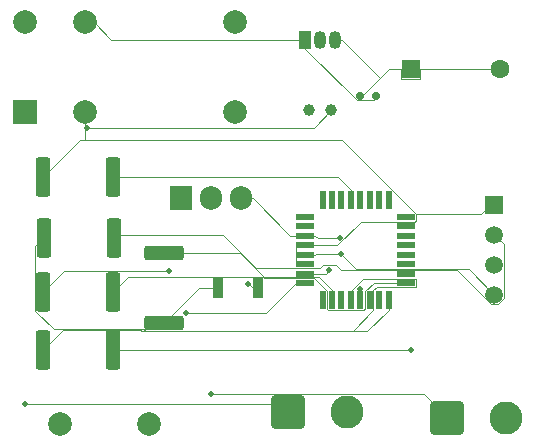
<source format=gbr>
%TF.GenerationSoftware,KiCad,Pcbnew,9.0.0*%
%TF.CreationDate,2025-03-27T13:05:49+05:30*%
%TF.ProjectId,incubator,696e6375-6261-4746-9f72-2e6b69636164,rev?*%
%TF.SameCoordinates,Original*%
%TF.FileFunction,Copper,L1,Top*%
%TF.FilePolarity,Positive*%
%FSLAX46Y46*%
G04 Gerber Fmt 4.6, Leading zero omitted, Abs format (unit mm)*
G04 Created by KiCad (PCBNEW 9.0.0) date 2025-03-27 13:05:49*
%MOMM*%
%LPD*%
G01*
G04 APERTURE LIST*
G04 Aperture macros list*
%AMRoundRect*
0 Rectangle with rounded corners*
0 $1 Rounding radius*
0 $2 $3 $4 $5 $6 $7 $8 $9 X,Y pos of 4 corners*
0 Add a 4 corners polygon primitive as box body*
4,1,4,$2,$3,$4,$5,$6,$7,$8,$9,$2,$3,0*
0 Add four circle primitives for the rounded corners*
1,1,$1+$1,$2,$3*
1,1,$1+$1,$4,$5*
1,1,$1+$1,$6,$7*
1,1,$1+$1,$8,$9*
0 Add four rect primitives between the rounded corners*
20,1,$1+$1,$2,$3,$4,$5,0*
20,1,$1+$1,$4,$5,$6,$7,0*
20,1,$1+$1,$6,$7,$8,$9,0*
20,1,$1+$1,$8,$9,$2,$3,0*%
G04 Aperture macros list end*
%TA.AperFunction,ComponentPad*%
%ADD10RoundRect,0.250001X-1.149999X-1.149999X1.149999X-1.149999X1.149999X1.149999X-1.149999X1.149999X0*%
%TD*%
%TA.AperFunction,ComponentPad*%
%ADD11C,2.800000*%
%TD*%
%TA.AperFunction,SMDPad,CuDef*%
%ADD12R,1.600000X0.550000*%
%TD*%
%TA.AperFunction,SMDPad,CuDef*%
%ADD13R,0.550000X1.600000*%
%TD*%
%TA.AperFunction,SMDPad,CuDef*%
%ADD14RoundRect,0.250000X-0.362500X-1.425000X0.362500X-1.425000X0.362500X1.425000X-0.362500X1.425000X0*%
%TD*%
%TA.AperFunction,ComponentPad*%
%ADD15R,1.905000X2.000000*%
%TD*%
%TA.AperFunction,ComponentPad*%
%ADD16O,1.905000X2.000000*%
%TD*%
%TA.AperFunction,SMDPad,CuDef*%
%ADD17RoundRect,0.250000X1.425000X-0.362500X1.425000X0.362500X-1.425000X0.362500X-1.425000X-0.362500X0*%
%TD*%
%TA.AperFunction,ComponentPad*%
%ADD18C,1.000000*%
%TD*%
%TA.AperFunction,ComponentPad*%
%ADD19R,1.050000X1.500000*%
%TD*%
%TA.AperFunction,ComponentPad*%
%ADD20O,1.050000X1.500000*%
%TD*%
%TA.AperFunction,SMDPad,CuDef*%
%ADD21RoundRect,0.150000X0.150000X0.200000X-0.150000X0.200000X-0.150000X-0.200000X0.150000X-0.200000X0*%
%TD*%
%TA.AperFunction,ComponentPad*%
%ADD22C,2.000000*%
%TD*%
%TA.AperFunction,ComponentPad*%
%ADD23R,1.600000X1.600000*%
%TD*%
%TA.AperFunction,ComponentPad*%
%ADD24C,1.600000*%
%TD*%
%TA.AperFunction,SMDPad,CuDef*%
%ADD25R,0.900000X1.700000*%
%TD*%
%TA.AperFunction,ComponentPad*%
%ADD26R,1.500000X1.500000*%
%TD*%
%TA.AperFunction,ComponentPad*%
%ADD27C,1.500000*%
%TD*%
%TA.AperFunction,ComponentPad*%
%ADD28R,2.000000X2.000000*%
%TD*%
%TA.AperFunction,ViaPad*%
%ADD29C,0.500380*%
%TD*%
%TA.AperFunction,Conductor*%
%ADD30C,0.020000*%
%TD*%
%TA.AperFunction,Conductor*%
%ADD31C,0.099060*%
%TD*%
%TA.AperFunction,Conductor*%
%ADD32C,0.020320*%
%TD*%
G04 APERTURE END LIST*
D10*
%TO.P,Fan,1,Pin_1*%
%TO.N,Net-(J2-Pin_1)*%
X112500000Y-102000000D03*
D11*
%TO.P,Fan,2,Pin_2*%
%TO.N,Net-(J2-Pin_2)*%
X117500000Y-102000000D03*
%TD*%
D12*
%TO.P,U1,1,PD3*%
%TO.N,unconnected-(U1-PD3-Pad1)*%
X100500000Y-85000000D03*
%TO.P,U1,2,PD4*%
%TO.N,unconnected-(U1-PD4-Pad2)*%
X100500000Y-85800000D03*
%TO.P,U1,3,GND*%
%TO.N,Net-(16Mhz1-Pad2)*%
X100500000Y-86600000D03*
%TO.P,U1,4,VCC*%
X100500000Y-87400000D03*
%TO.P,U1,5,GND*%
X100500000Y-88200000D03*
%TO.P,U1,6,VCC*%
X100500000Y-89000000D03*
%TO.P,U1,7,PB6/XTAL1*%
%TO.N,Net-(U1-PB6{slash}XTAL1)*%
X100500000Y-89800000D03*
%TO.P,U1,8,PB7/XTAL2*%
%TO.N,Net-(U1-PB7{slash}XTAL2)*%
X100500000Y-90600000D03*
D13*
%TO.P,U1,9,PD5*%
%TO.N,unconnected-(U1-PD5-Pad9)*%
X101950000Y-92050000D03*
%TO.P,U1,10,PD6*%
%TO.N,Net-(U1-PD6)*%
X102750000Y-92050000D03*
%TO.P,U1,11,PD7*%
%TO.N,unconnected-(U1-PD7-Pad11)*%
X103550000Y-92050000D03*
%TO.P,U1,12,PB0*%
%TO.N,Net-(U1-PB0)*%
X104350000Y-92050000D03*
%TO.P,U1,13,PB1*%
%TO.N,Net-(Q1-B)*%
X105150000Y-92050000D03*
%TO.P,U1,14,PB2*%
%TO.N,unconnected-(U1-PB2-Pad14)*%
X105950000Y-92050000D03*
%TO.P,U1,15,PB3*%
%TO.N,unconnected-(U1-PB3-Pad15)*%
X106750000Y-92050000D03*
%TO.P,U1,16,PB4*%
%TO.N,Net-(U1-PB4)*%
X107550000Y-92050000D03*
D12*
%TO.P,U1,17,PB5*%
%TO.N,Net-(U1-PB5)*%
X109000000Y-90600000D03*
%TO.P,U1,18,AVCC*%
%TO.N,unconnected-(U1-AVCC-Pad18)*%
X109000000Y-89800000D03*
%TO.P,U1,19,ADC6*%
%TO.N,unconnected-(U1-ADC6-Pad19)*%
X109000000Y-89000000D03*
%TO.P,U1,20,AREF*%
%TO.N,unconnected-(U1-AREF-Pad20)*%
X109000000Y-88200000D03*
%TO.P,U1,21,AGND*%
%TO.N,unconnected-(U1-AGND-Pad21)*%
X109000000Y-87400000D03*
%TO.P,U1,22,ADC7*%
%TO.N,unconnected-(U1-ADC7-Pad22)*%
X109000000Y-86600000D03*
%TO.P,U1,23,PC0*%
%TO.N,unconnected-(U1-PC0-Pad23)*%
X109000000Y-85800000D03*
%TO.P,U1,24,PC1*%
%TO.N,unconnected-(U1-PC1-Pad24)*%
X109000000Y-85000000D03*
D13*
%TO.P,U1,25,PC2*%
%TO.N,unconnected-(U1-PC2-Pad25)*%
X107550000Y-83550000D03*
%TO.P,U1,26,PC3*%
%TO.N,unconnected-(U1-PC3-Pad26)*%
X106750000Y-83550000D03*
%TO.P,U1,27,PC4*%
%TO.N,unconnected-(U1-PC4-Pad27)*%
X105950000Y-83550000D03*
%TO.P,U1,28,PC5*%
%TO.N,unconnected-(U1-PC5-Pad28)*%
X105150000Y-83550000D03*
%TO.P,U1,29,PC6/~{RESET}*%
%TO.N,Net-(U1-PC6{slash}~{RESET})*%
X104350000Y-83550000D03*
%TO.P,U1,30,PD0*%
%TO.N,unconnected-(U1-PD0-Pad30)*%
X103550000Y-83550000D03*
%TO.P,U1,31,PD1*%
%TO.N,unconnected-(U1-PD1-Pad31)*%
X102750000Y-83550000D03*
%TO.P,U1,32,PD2*%
%TO.N,unconnected-(U1-PD2-Pad32)*%
X101950000Y-83550000D03*
%TD*%
D14*
%TO.P,R4,1*%
%TO.N,Net-(U1-PB4)*%
X78272500Y-96285000D03*
%TO.P,R4,2*%
%TO.N,Net-(BZ1-+)*%
X84197500Y-96285000D03*
%TD*%
D15*
%TO.P,Q2,1,G*%
%TO.N,Net-(Q2-G)*%
X89960000Y-83445000D03*
D16*
%TO.P,Q2,2,D*%
%TO.N,Net-(J2-Pin_1)*%
X92500000Y-83445000D03*
%TO.P,Q2,3,S*%
%TO.N,Net-(16Mhz1-Pad2)*%
X95040000Y-83445000D03*
%TD*%
D17*
%TO.P,R5,1*%
%TO.N,Net-(R5-Pad1)*%
X88500000Y-94000000D03*
%TO.P,R5,2*%
%TO.N,Net-(U1-PD6)*%
X88500000Y-88075000D03*
%TD*%
D18*
%TO.P,16Mhz1,1,1*%
%TO.N,Net-(U1-PB6{slash}XTAL1)*%
X100785000Y-75985000D03*
%TO.P,16Mhz1,2,2*%
%TO.N,Net-(16Mhz1-Pad2)*%
X102685000Y-75985000D03*
%TD*%
D19*
%TO.P,Q1,1,C*%
%TO.N,Net-(D1-A)*%
X100500000Y-70000000D03*
D20*
%TO.P,Q1,2,B*%
%TO.N,Net-(Q1-B)*%
X101770000Y-70000000D03*
%TO.P,Q1,3,E*%
%TO.N,Net-(16Mhz1-Pad2)*%
X103040000Y-70000000D03*
%TD*%
D14*
%TO.P,R1,1*%
%TO.N,Net-(16Mhz1-Pad2)*%
X78272500Y-81615000D03*
%TO.P,R1,2*%
%TO.N,Net-(U1-PC6{slash}~{RESET})*%
X84197500Y-81615000D03*
%TD*%
D21*
%TO.P,D1,1,K*%
%TO.N,Net-(16Mhz1-Pad2)*%
X105100000Y-74735000D03*
%TO.P,D1,2,A*%
%TO.N,Net-(D1-A)*%
X106500000Y-74735000D03*
%TD*%
D22*
%TO.P,C1,1*%
%TO.N,Net-(16Mhz1-Pad2)*%
X79750000Y-102500000D03*
%TO.P,C1,2*%
%TO.N,Net-(U1-PB7{slash}XTAL2)*%
X87250000Y-102500000D03*
%TD*%
D14*
%TO.P,R3,1*%
%TO.N,Net-(Q2-G)*%
X78272500Y-91395000D03*
%TO.P,R3,2*%
%TO.N,Net-(U1-PB5)*%
X84197500Y-91395000D03*
%TD*%
D23*
%TO.P,BZ1,1,+*%
%TO.N,Net-(BZ1-+)*%
X109400000Y-72500000D03*
D24*
%TO.P,BZ1,2,-*%
%TO.N,Net-(16Mhz1-Pad2)*%
X117000000Y-72500000D03*
%TD*%
D14*
%TO.P,R2,1*%
%TO.N,Net-(U1-PB0)*%
X78340000Y-86770000D03*
%TO.P,R2,2*%
%TO.N,Net-(U2-DATA)*%
X84265000Y-86770000D03*
%TD*%
D25*
%TO.P,SW1,1,1*%
%TO.N,Net-(R5-Pad1)*%
X93100000Y-91000000D03*
%TO.P,SW1,2,2*%
%TO.N,Net-(16Mhz1-Pad2)*%
X96500000Y-91000000D03*
%TD*%
D10*
%TO.P,Light,1,Pin_1*%
%TO.N,Net-(J1-Pin_1)*%
X99000000Y-101500000D03*
D11*
%TO.P,Light,2,Pin_2*%
%TO.N,Net-(16Mhz1-Pad2)*%
X104000000Y-101500000D03*
%TD*%
D26*
%TO.P,U2,1,VDD*%
%TO.N,Net-(16Mhz1-Pad2)*%
X116500000Y-83960000D03*
D27*
%TO.P,U2,2,DATA*%
%TO.N,Net-(U2-DATA)*%
X116500000Y-86500000D03*
%TO.P,U2,3,NC*%
%TO.N,unconnected-(U2-NC-Pad3)*%
X116500000Y-89040000D03*
%TO.P,U2,4,GND*%
%TO.N,Net-(16Mhz1-Pad2)*%
X116500000Y-91580000D03*
%TD*%
D22*
%TO.P,K1,11*%
%TO.N,unconnected-(K1-Pad11)*%
X94500000Y-76120000D03*
D28*
%TO.P,K1,12*%
%TO.N,Net-(J1-Pin_1)*%
X76720000Y-76120000D03*
D22*
%TO.P,K1,14*%
X76720000Y-68500000D03*
%TO.P,K1,A1*%
%TO.N,Net-(16Mhz1-Pad2)*%
X81800000Y-76120000D03*
%TO.P,K1,A2*%
%TO.N,Net-(D1-A)*%
X81800000Y-68500000D03*
%TO.P,K1,PE*%
%TO.N,N/C*%
X94500000Y-68500000D03*
%TD*%
D29*
%TO.N,Net-(Q1-B)*%
X105150000Y-91078000D03*
%TO.N,Net-(U1-PB6{slash}XTAL1)*%
X102500000Y-89500000D03*
%TO.N,Net-(16Mhz1-Pad2)*%
X82030200Y-77463000D03*
X95657500Y-90665000D03*
X103496600Y-88115900D03*
X103465500Y-86823500D03*
%TO.N,Net-(U1-PB7{slash}XTAL2)*%
X90428800Y-93099900D03*
%TO.N,Net-(Q2-G)*%
X88975800Y-89577700D03*
%TO.N,Net-(BZ1-+)*%
X109400000Y-96285000D03*
%TO.N,Net-(J1-Pin_1)*%
X76720000Y-100825700D03*
%TO.N,Net-(J2-Pin_1)*%
X92500000Y-100027500D03*
%TD*%
D30*
%TO.N,Net-(Q1-B)*%
X105150000Y-91078000D02*
X105150000Y-92050000D01*
%TO.N,Net-(U1-PB6{slash}XTAL1)*%
X102200000Y-89800000D02*
X100500000Y-89800000D01*
X102500000Y-89500000D02*
X102200000Y-89800000D01*
%TO.N,Net-(16Mhz1-Pad2)*%
X95657500Y-90665000D02*
X95683300Y-90665000D01*
X110231000Y-73331000D02*
X108569000Y-73331000D01*
X115346100Y-84723100D02*
X116109200Y-83960000D01*
X101207000Y-77463000D02*
X82030200Y-77463000D01*
X99668300Y-89000000D02*
X99668300Y-87400000D01*
X81800000Y-78463600D02*
X103617900Y-78463600D01*
X100084200Y-86600000D02*
X100500000Y-86600000D01*
X109877400Y-84723100D02*
X115346100Y-84723100D01*
X100915900Y-88200000D02*
X101331700Y-88200000D01*
X102685000Y-75985000D02*
X101207000Y-77463000D01*
X95683300Y-90665000D02*
X96018300Y-91000000D01*
X100500000Y-89000000D02*
X99668300Y-89000000D01*
X103617900Y-78463600D02*
X109877400Y-84723100D01*
X81423900Y-78463600D02*
X81800000Y-78463600D01*
X81800000Y-78463600D02*
X81800000Y-76120000D01*
X99179200Y-86600000D02*
X96024200Y-83445000D01*
X108569000Y-73331000D02*
X108569000Y-72500000D01*
X110231000Y-72500000D02*
X110231000Y-73331000D01*
X103196800Y-87400000D02*
X100500000Y-87400000D01*
X103496600Y-88115900D02*
X101415800Y-88115900D01*
X107565000Y-72500000D02*
X106830900Y-73234100D01*
X106830900Y-73234100D02*
X103596700Y-70000000D01*
X99668300Y-86600000D02*
X99179200Y-86600000D01*
X116500000Y-91580000D02*
X114320000Y-89400000D01*
X109782600Y-85400000D02*
X105196800Y-85400000D01*
X95040000Y-83445000D02*
X96024200Y-83445000D01*
X96500000Y-91000000D02*
X96018300Y-91000000D01*
X104780700Y-89400000D02*
X103496600Y-88115900D01*
X101555200Y-86823500D02*
X101331700Y-86600000D01*
X106830900Y-73234100D02*
X105330000Y-74735000D01*
X117000000Y-72500000D02*
X110231000Y-72500000D01*
X114320000Y-89400000D02*
X104780700Y-89400000D01*
X100500000Y-87400000D02*
X99668300Y-87400000D01*
X100915900Y-88200000D02*
X100500000Y-88200000D01*
X108569000Y-72500000D02*
X107565000Y-72500000D01*
X105196800Y-85400000D02*
X103196800Y-87400000D01*
X103040000Y-70000000D02*
X103596700Y-70000000D01*
X100084200Y-86600000D02*
X99668300Y-86600000D01*
X109877400Y-84723100D02*
X109877400Y-85305200D01*
X116500000Y-83960000D02*
X116109200Y-83960000D01*
X78272500Y-81615000D02*
X81423900Y-78463600D01*
X109877400Y-85305200D02*
X109782600Y-85400000D01*
X103465500Y-86823500D02*
X101555200Y-86823500D01*
X100500000Y-86600000D02*
X101331700Y-86600000D01*
X101415800Y-88115900D02*
X101331700Y-88200000D01*
%TO.N,Net-(U1-PB7{slash}XTAL2)*%
X100500000Y-90600000D02*
X99668300Y-90600000D01*
X97168400Y-93099900D02*
X99668300Y-90600000D01*
X90428800Y-93099900D02*
X97168400Y-93099900D01*
%TO.N,Net-(D1-A)*%
X106338600Y-75126400D02*
X104844700Y-75126400D01*
X106730000Y-74735000D02*
X106338600Y-75126400D01*
X84076355Y-70000000D02*
X100500000Y-70000000D01*
X100500000Y-70000000D02*
X100500000Y-70781700D01*
X81800000Y-68500000D02*
X82576355Y-68500000D01*
X104844700Y-75126400D02*
X100500000Y-70781700D01*
X82576355Y-68500000D02*
X84076355Y-70000000D01*
%TO.N,Net-(Q2-G)*%
X78272500Y-91395000D02*
X80089800Y-89577700D01*
X80089800Y-89577700D02*
X88975800Y-89577700D01*
%TO.N,Net-(U1-PC6{slash}~{RESET})*%
X103246700Y-81615000D02*
X104350000Y-82718300D01*
X84197500Y-81615000D02*
X103246700Y-81615000D01*
X104350000Y-83550000D02*
X104350000Y-82718300D01*
%TO.N,Net-(U2-DATA)*%
X102000001Y-89089000D02*
X103089000Y-89089000D01*
X103089000Y-89089000D02*
X103494000Y-89494000D01*
X117281000Y-91903501D02*
X117281000Y-87281000D01*
X117281000Y-87281000D02*
X116500000Y-86500000D01*
D31*
X84500000Y-86505000D02*
X93505000Y-86505000D01*
D30*
X116823501Y-92361000D02*
X117281000Y-91903501D01*
X101759243Y-89329758D02*
X102000001Y-89089000D01*
X113309499Y-89494000D02*
X116176499Y-92361000D01*
X116176499Y-92361000D02*
X116823501Y-92361000D01*
X103494000Y-89494000D02*
X113309499Y-89494000D01*
X96329758Y-89329758D02*
X101759243Y-89329758D01*
X93505000Y-86505000D02*
X96329758Y-89329758D01*
%TO.N,Net-(U1-PB5)*%
X85474200Y-90118300D02*
X96963200Y-90118300D01*
X105578600Y-92756800D02*
X105578600Y-91289000D01*
X102351500Y-92781900D02*
X102451300Y-92881700D01*
X106267600Y-90600000D02*
X109000000Y-90600000D01*
X97003900Y-90159000D02*
X101225100Y-90159000D01*
X84197500Y-91395000D02*
X85474200Y-90118300D01*
X105453700Y-92881700D02*
X105578600Y-92756800D01*
X105578600Y-91289000D02*
X106267600Y-90600000D01*
X101225100Y-90159000D02*
X102351500Y-91285400D01*
X102451300Y-92881700D02*
X105453700Y-92881700D01*
X96963200Y-90118300D02*
X97003900Y-90159000D01*
X102351500Y-91285400D02*
X102351500Y-92781900D01*
%TO.N,Net-(U1-PB4)*%
X86640400Y-94685600D02*
X105746100Y-94685600D01*
X107550000Y-92050000D02*
X107550000Y-92881700D01*
X78272500Y-96285000D02*
X79980200Y-94577300D01*
X86532100Y-94577300D02*
X86640400Y-94685600D01*
X79980200Y-94577300D02*
X86532100Y-94577300D01*
X105746100Y-94685600D02*
X107550000Y-92881700D01*
%TO.N,Net-(R5-Pad1)*%
X88500000Y-94000000D02*
X91500000Y-91000000D01*
X91500000Y-91000000D02*
X93100000Y-91000000D01*
%TO.N,Net-(U1-PD6)*%
X101648300Y-90116600D02*
X97020400Y-90116600D01*
D32*
X94978800Y-88075000D02*
X88500000Y-88075000D01*
D30*
X102750000Y-91218300D02*
X101648300Y-90116600D01*
X102750000Y-92050000D02*
X102750000Y-91218300D01*
X97020400Y-90116600D02*
X94978800Y-88075000D01*
%TO.N,Net-(BZ1-+)*%
X84197500Y-96285000D02*
X109400000Y-96285000D01*
%TO.N,Net-(J1-Pin_1)*%
X99000000Y-101500000D02*
X98325700Y-100825700D01*
X98325700Y-100825700D02*
X76720000Y-100825700D01*
%TO.N,Net-(J2-Pin_1)*%
X110527500Y-100027500D02*
X92500000Y-100027500D01*
X112500000Y-102000000D02*
X110527500Y-100027500D01*
%TO.N,Net-(U1-PB0)*%
X86794000Y-94485820D02*
X86951680Y-94643500D01*
X106256000Y-92881000D02*
X106256000Y-91219000D01*
X77629000Y-87451000D02*
X77629000Y-92943320D01*
X109831000Y-90294000D02*
X105352758Y-90294000D01*
X79171500Y-94485820D02*
X86794000Y-94485820D01*
X105352758Y-90294000D02*
X104350000Y-91296758D01*
X106569000Y-90906000D02*
X109831000Y-90906000D01*
X77629000Y-92943320D02*
X79171500Y-94485820D01*
X78575000Y-86505000D02*
X77629000Y-87451000D01*
X109831000Y-90906000D02*
X109831000Y-90294000D01*
X104493500Y-94643500D02*
X106256000Y-92881000D01*
X106256000Y-91219000D02*
X106569000Y-90906000D01*
X86951680Y-94643500D02*
X104493500Y-94643500D01*
X104350000Y-91296758D02*
X104350000Y-92050000D01*
%TD*%
M02*

</source>
